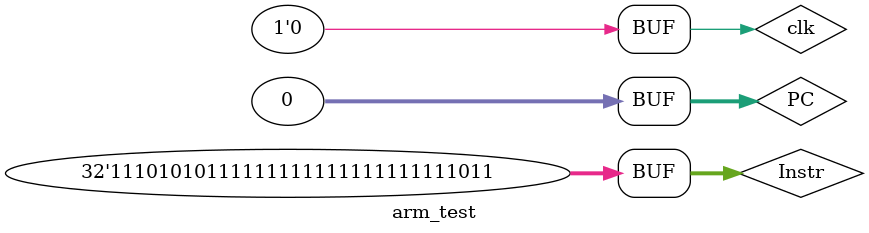
<source format=sv>
module arm_test();
	logic clk, reset;
	logic [31:0] PC;
	logic [31:0] Instr;
	logic MemWrite;
	logic [31:0] ALUResult, WriteData;
	logic [31:0] ReadData;
	arm arm(clk, reset, PC, Instr,  MemWrite, ALUResult, WriteData, ReadData);
	
	initial begin
		clk = 0;
		PC = 32'b0;
		Instr = 32'hE3A00000;
		#10;
		clk=1;
		#10;
		clk=0;
		PC = 32'b0;
		Instr = 32'hE3A0100A;
		#10;
		clk=1;
		#10;
		clk=0;
		PC = 32'b0;
		Instr = 32'hE5801000;
		#10;
		clk=1;
		#10;
		clk=0;
		PC = 32'b0;
		Instr = 32'hEAFFFFFB;
		#10;
		clk=1;
		#10;
		clk=0;
	end

endmodule 
</source>
